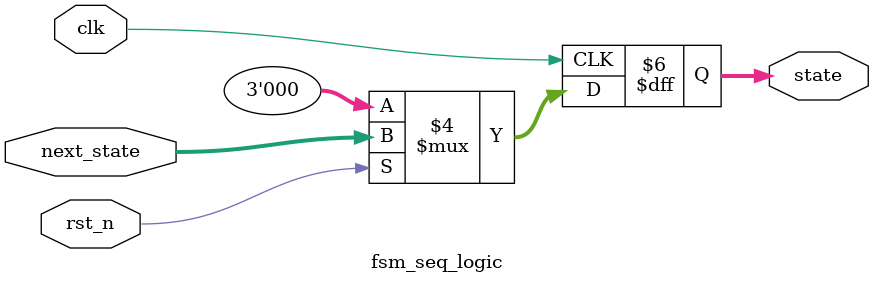
<source format=sv>
module fsm_div #(parameter EVEN=4, ODD=5) (
    input  wire clk,
    input  wire mode,
    input  wire rst_n,
    output wire clk_out
);
    // Internal connections
    wire [2:0] state;
    wire       state_reset;
    wire [2:0] next_state;
    
    // Combinational logic module instantiation
    fsm_comb_logic #(
        .EVEN(EVEN),
        .ODD(ODD)
    ) fsm_comb_logic_inst (
        .mode       (mode),
        .state      (state),
        .next_state (next_state),
        .state_reset(state_reset),
        .clk_out    (clk_out)
    );
    
    // Sequential logic module instantiation
    fsm_seq_logic fsm_seq_logic_inst (
        .clk        (clk),
        .rst_n      (rst_n),
        .next_state (next_state),
        .state      (state)
    );
    
endmodule

// Module for all combinational logic
module fsm_comb_logic #(parameter EVEN=4, ODD=5) (
    input  wire       mode,
    input  wire [2:0] state,
    output wire [2:0] next_state,
    output wire       state_reset,
    output wire       clk_out
);
    // Division parameters
    wire [2:0] dividend;
    wire [2:0] divisor;
    wire [2:0] half_threshold;
    wire [2:0] max_threshold;
    
    // Determine division operands based on mode
    assign divisor = 3'b010;  // Always divide by 2
    assign max_threshold = mode ? ODD-1 : EVEN-1;
    
    // Non-restoring divider for half value calculation
    non_restoring_divider divider_inst (
        .dividend(max_threshold + 3'b001),
        .divisor(divisor),
        .quotient(half_threshold)
    );
    
    // State reset logic
    assign state_reset = (state == max_threshold);
    
    // Next state computation
    assign next_state = state_reset ? 3'b000 : state + 3'b001;
    
    // Output generation using comparison with calculated half value
    assign clk_out = (state >= half_threshold);
    
endmodule

// Non-restoring division algorithm implementation (3-bit)
module non_restoring_divider (
    input  wire [2:0] dividend,
    input  wire [2:0] divisor,
    output wire [2:0] quotient
);
    wire [3:0] partial_remainder[0:3];  // Partial remainders with extra bit
    wire [2:0] quotient_bits;           // Individual quotient bits
    
    // Initial partial remainder (0 || dividend[2])
    assign partial_remainder[0] = {1'b0, dividend[2], 2'b00};
    
    // Step 1: First bit calculation
    assign quotient_bits[2] = ~partial_remainder[0][3];
    assign partial_remainder[1] = quotient_bits[2] ? 
                               {partial_remainder[0][2:0], dividend[1]} - {1'b0, divisor} :
                               {partial_remainder[0][2:0], dividend[1]} + {1'b0, divisor};
    
    // Step 2: Second bit calculation
    assign quotient_bits[1] = ~partial_remainder[1][3];
    assign partial_remainder[2] = quotient_bits[1] ? 
                               {partial_remainder[1][2:0], dividend[0]} - {1'b0, divisor} :
                               {partial_remainder[1][2:0], dividend[0]} + {1'b0, divisor};
    
    // Step 3: Third bit calculation
    assign quotient_bits[0] = ~partial_remainder[2][3];
    assign partial_remainder[3] = quotient_bits[0] ? 
                               {partial_remainder[2][2:0], 1'b0} - {1'b0, divisor} :
                               {partial_remainder[2][2:0], 1'b0} + {1'b0, divisor};
    
    // Final correction step if needed
    wire [2:0] raw_quotient;
    assign raw_quotient = quotient_bits;
    
    // Correction when remainder is negative
    wire final_correction_needed;
    assign final_correction_needed = partial_remainder[3][3];
    
    // Final quotient
    assign quotient = final_correction_needed ? raw_quotient - 3'b001 : raw_quotient;
    
endmodule

// Module for all sequential logic
module fsm_seq_logic (
    input  wire       clk,
    input  wire       rst_n,
    input  wire [2:0] next_state,
    output reg  [2:0] state
);
    // State register with synchronous reset
    always @(posedge clk) begin
        if (!rst_n) begin
            state <= 3'b000;
        end else begin
            state <= next_state;
        end
    end
    
endmodule
</source>
